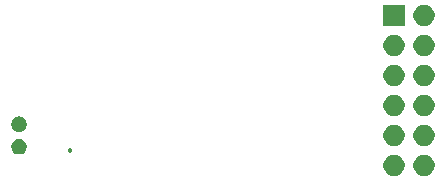
<source format=gbr>
G04 #@! TF.GenerationSoftware,KiCad,Pcbnew,(5.1.5-0-10_14)*
G04 #@! TF.CreationDate,2020-03-24T20:34:04-05:00*
G04 #@! TF.ProjectId,Sensors,53656e73-6f72-4732-9e6b-696361645f70,rev?*
G04 #@! TF.SameCoordinates,Original*
G04 #@! TF.FileFunction,Soldermask,Bot*
G04 #@! TF.FilePolarity,Negative*
%FSLAX46Y46*%
G04 Gerber Fmt 4.6, Leading zero omitted, Abs format (unit mm)*
G04 Created by KiCad (PCBNEW (5.1.5-0-10_14)) date 2020-03-24 20:34:04*
%MOMM*%
%LPD*%
G04 APERTURE LIST*
%ADD10C,0.100000*%
G04 APERTURE END LIST*
D10*
G36*
X158863512Y-93083927D02*
G01*
X159012812Y-93113624D01*
X159176784Y-93181544D01*
X159324354Y-93280147D01*
X159449853Y-93405646D01*
X159548456Y-93553216D01*
X159616376Y-93717188D01*
X159651000Y-93891259D01*
X159651000Y-94068741D01*
X159616376Y-94242812D01*
X159548456Y-94406784D01*
X159449853Y-94554354D01*
X159324354Y-94679853D01*
X159176784Y-94778456D01*
X159012812Y-94846376D01*
X158863512Y-94876073D01*
X158838742Y-94881000D01*
X158661258Y-94881000D01*
X158636488Y-94876073D01*
X158487188Y-94846376D01*
X158323216Y-94778456D01*
X158175646Y-94679853D01*
X158050147Y-94554354D01*
X157951544Y-94406784D01*
X157883624Y-94242812D01*
X157849000Y-94068741D01*
X157849000Y-93891259D01*
X157883624Y-93717188D01*
X157951544Y-93553216D01*
X158050147Y-93405646D01*
X158175646Y-93280147D01*
X158323216Y-93181544D01*
X158487188Y-93113624D01*
X158636488Y-93083927D01*
X158661258Y-93079000D01*
X158838742Y-93079000D01*
X158863512Y-93083927D01*
G37*
G36*
X156323512Y-93083927D02*
G01*
X156472812Y-93113624D01*
X156636784Y-93181544D01*
X156784354Y-93280147D01*
X156909853Y-93405646D01*
X157008456Y-93553216D01*
X157076376Y-93717188D01*
X157111000Y-93891259D01*
X157111000Y-94068741D01*
X157076376Y-94242812D01*
X157008456Y-94406784D01*
X156909853Y-94554354D01*
X156784354Y-94679853D01*
X156636784Y-94778456D01*
X156472812Y-94846376D01*
X156323512Y-94876073D01*
X156298742Y-94881000D01*
X156121258Y-94881000D01*
X156096488Y-94876073D01*
X155947188Y-94846376D01*
X155783216Y-94778456D01*
X155635646Y-94679853D01*
X155510147Y-94554354D01*
X155411544Y-94406784D01*
X155343624Y-94242812D01*
X155309000Y-94068741D01*
X155309000Y-93891259D01*
X155343624Y-93717188D01*
X155411544Y-93553216D01*
X155510147Y-93405646D01*
X155635646Y-93280147D01*
X155783216Y-93181544D01*
X155947188Y-93113624D01*
X156096488Y-93083927D01*
X156121258Y-93079000D01*
X156298742Y-93079000D01*
X156323512Y-93083927D01*
G37*
G36*
X124651055Y-91760171D02*
G01*
X124770257Y-91809546D01*
X124770259Y-91809547D01*
X124877538Y-91881228D01*
X124968772Y-91972462D01*
X124996762Y-92014353D01*
X125040454Y-92079743D01*
X125089829Y-92198945D01*
X125115000Y-92325487D01*
X125115000Y-92454513D01*
X125089829Y-92581055D01*
X125043599Y-92692665D01*
X125040453Y-92700259D01*
X124968772Y-92807538D01*
X124877538Y-92898772D01*
X124770259Y-92970453D01*
X124770258Y-92970454D01*
X124770257Y-92970454D01*
X124651055Y-93019829D01*
X124524513Y-93045000D01*
X124395487Y-93045000D01*
X124268945Y-93019829D01*
X124149743Y-92970454D01*
X124149742Y-92970454D01*
X124149741Y-92970453D01*
X124042462Y-92898772D01*
X123951228Y-92807538D01*
X123879547Y-92700259D01*
X123876401Y-92692665D01*
X123830171Y-92581055D01*
X123805000Y-92454513D01*
X123805000Y-92325487D01*
X123830171Y-92198945D01*
X123879546Y-92079743D01*
X123923238Y-92014353D01*
X123951228Y-91972462D01*
X124042462Y-91881228D01*
X124149741Y-91809547D01*
X124149743Y-91809546D01*
X124268945Y-91760171D01*
X124395487Y-91735000D01*
X124524513Y-91735000D01*
X124651055Y-91760171D01*
G37*
G36*
X128835337Y-92540763D02*
G01*
X128867367Y-92554030D01*
X128896194Y-92573292D01*
X128920708Y-92597806D01*
X128939970Y-92626633D01*
X128953237Y-92658663D01*
X128960000Y-92692665D01*
X128960000Y-92727335D01*
X128953237Y-92761337D01*
X128939970Y-92793367D01*
X128920708Y-92822194D01*
X128896194Y-92846708D01*
X128867367Y-92865970D01*
X128835337Y-92879237D01*
X128801335Y-92886000D01*
X128766665Y-92886000D01*
X128732663Y-92879237D01*
X128700633Y-92865970D01*
X128671806Y-92846708D01*
X128647292Y-92822194D01*
X128628030Y-92793367D01*
X128614763Y-92761337D01*
X128608000Y-92727335D01*
X128608000Y-92692665D01*
X128614763Y-92658663D01*
X128628030Y-92626633D01*
X128647292Y-92597806D01*
X128671806Y-92573292D01*
X128700633Y-92554030D01*
X128732663Y-92540763D01*
X128766665Y-92534000D01*
X128801335Y-92534000D01*
X128835337Y-92540763D01*
G37*
G36*
X158863512Y-90543927D02*
G01*
X159012812Y-90573624D01*
X159176784Y-90641544D01*
X159324354Y-90740147D01*
X159449853Y-90865646D01*
X159548456Y-91013216D01*
X159616376Y-91177188D01*
X159651000Y-91351259D01*
X159651000Y-91528741D01*
X159616376Y-91702812D01*
X159548456Y-91866784D01*
X159449853Y-92014354D01*
X159324354Y-92139853D01*
X159176784Y-92238456D01*
X159012812Y-92306376D01*
X158863512Y-92336073D01*
X158838742Y-92341000D01*
X158661258Y-92341000D01*
X158636488Y-92336073D01*
X158487188Y-92306376D01*
X158323216Y-92238456D01*
X158175646Y-92139853D01*
X158050147Y-92014354D01*
X157951544Y-91866784D01*
X157883624Y-91702812D01*
X157849000Y-91528741D01*
X157849000Y-91351259D01*
X157883624Y-91177188D01*
X157951544Y-91013216D01*
X158050147Y-90865646D01*
X158175646Y-90740147D01*
X158323216Y-90641544D01*
X158487188Y-90573624D01*
X158636488Y-90543927D01*
X158661258Y-90539000D01*
X158838742Y-90539000D01*
X158863512Y-90543927D01*
G37*
G36*
X156323512Y-90543927D02*
G01*
X156472812Y-90573624D01*
X156636784Y-90641544D01*
X156784354Y-90740147D01*
X156909853Y-90865646D01*
X157008456Y-91013216D01*
X157076376Y-91177188D01*
X157111000Y-91351259D01*
X157111000Y-91528741D01*
X157076376Y-91702812D01*
X157008456Y-91866784D01*
X156909853Y-92014354D01*
X156784354Y-92139853D01*
X156636784Y-92238456D01*
X156472812Y-92306376D01*
X156323512Y-92336073D01*
X156298742Y-92341000D01*
X156121258Y-92341000D01*
X156096488Y-92336073D01*
X155947188Y-92306376D01*
X155783216Y-92238456D01*
X155635646Y-92139853D01*
X155510147Y-92014354D01*
X155411544Y-91866784D01*
X155343624Y-91702812D01*
X155309000Y-91528741D01*
X155309000Y-91351259D01*
X155343624Y-91177188D01*
X155411544Y-91013216D01*
X155510147Y-90865646D01*
X155635646Y-90740147D01*
X155783216Y-90641544D01*
X155947188Y-90573624D01*
X156096488Y-90543927D01*
X156121258Y-90539000D01*
X156298742Y-90539000D01*
X156323512Y-90543927D01*
G37*
G36*
X124651055Y-89860171D02*
G01*
X124770257Y-89909546D01*
X124770259Y-89909547D01*
X124877538Y-89981228D01*
X124968772Y-90072462D01*
X125040453Y-90179741D01*
X125040454Y-90179743D01*
X125089829Y-90298945D01*
X125115000Y-90425487D01*
X125115000Y-90554513D01*
X125089829Y-90681055D01*
X125065352Y-90740147D01*
X125040453Y-90800259D01*
X124968772Y-90907538D01*
X124877538Y-90998772D01*
X124770259Y-91070453D01*
X124770258Y-91070454D01*
X124770257Y-91070454D01*
X124651055Y-91119829D01*
X124524513Y-91145000D01*
X124395487Y-91145000D01*
X124268945Y-91119829D01*
X124149743Y-91070454D01*
X124149742Y-91070454D01*
X124149741Y-91070453D01*
X124042462Y-90998772D01*
X123951228Y-90907538D01*
X123879547Y-90800259D01*
X123854648Y-90740147D01*
X123830171Y-90681055D01*
X123805000Y-90554513D01*
X123805000Y-90425487D01*
X123830171Y-90298945D01*
X123879546Y-90179743D01*
X123879547Y-90179741D01*
X123951228Y-90072462D01*
X124042462Y-89981228D01*
X124149741Y-89909547D01*
X124149743Y-89909546D01*
X124268945Y-89860171D01*
X124395487Y-89835000D01*
X124524513Y-89835000D01*
X124651055Y-89860171D01*
G37*
G36*
X158863512Y-88003927D02*
G01*
X159012812Y-88033624D01*
X159176784Y-88101544D01*
X159324354Y-88200147D01*
X159449853Y-88325646D01*
X159548456Y-88473216D01*
X159616376Y-88637188D01*
X159651000Y-88811259D01*
X159651000Y-88988741D01*
X159616376Y-89162812D01*
X159548456Y-89326784D01*
X159449853Y-89474354D01*
X159324354Y-89599853D01*
X159176784Y-89698456D01*
X159012812Y-89766376D01*
X158863512Y-89796073D01*
X158838742Y-89801000D01*
X158661258Y-89801000D01*
X158636488Y-89796073D01*
X158487188Y-89766376D01*
X158323216Y-89698456D01*
X158175646Y-89599853D01*
X158050147Y-89474354D01*
X157951544Y-89326784D01*
X157883624Y-89162812D01*
X157849000Y-88988741D01*
X157849000Y-88811259D01*
X157883624Y-88637188D01*
X157951544Y-88473216D01*
X158050147Y-88325646D01*
X158175646Y-88200147D01*
X158323216Y-88101544D01*
X158487188Y-88033624D01*
X158636488Y-88003927D01*
X158661258Y-87999000D01*
X158838742Y-87999000D01*
X158863512Y-88003927D01*
G37*
G36*
X156323512Y-88003927D02*
G01*
X156472812Y-88033624D01*
X156636784Y-88101544D01*
X156784354Y-88200147D01*
X156909853Y-88325646D01*
X157008456Y-88473216D01*
X157076376Y-88637188D01*
X157111000Y-88811259D01*
X157111000Y-88988741D01*
X157076376Y-89162812D01*
X157008456Y-89326784D01*
X156909853Y-89474354D01*
X156784354Y-89599853D01*
X156636784Y-89698456D01*
X156472812Y-89766376D01*
X156323512Y-89796073D01*
X156298742Y-89801000D01*
X156121258Y-89801000D01*
X156096488Y-89796073D01*
X155947188Y-89766376D01*
X155783216Y-89698456D01*
X155635646Y-89599853D01*
X155510147Y-89474354D01*
X155411544Y-89326784D01*
X155343624Y-89162812D01*
X155309000Y-88988741D01*
X155309000Y-88811259D01*
X155343624Y-88637188D01*
X155411544Y-88473216D01*
X155510147Y-88325646D01*
X155635646Y-88200147D01*
X155783216Y-88101544D01*
X155947188Y-88033624D01*
X156096488Y-88003927D01*
X156121258Y-87999000D01*
X156298742Y-87999000D01*
X156323512Y-88003927D01*
G37*
G36*
X158863512Y-85463927D02*
G01*
X159012812Y-85493624D01*
X159176784Y-85561544D01*
X159324354Y-85660147D01*
X159449853Y-85785646D01*
X159548456Y-85933216D01*
X159616376Y-86097188D01*
X159651000Y-86271259D01*
X159651000Y-86448741D01*
X159616376Y-86622812D01*
X159548456Y-86786784D01*
X159449853Y-86934354D01*
X159324354Y-87059853D01*
X159176784Y-87158456D01*
X159012812Y-87226376D01*
X158863512Y-87256073D01*
X158838742Y-87261000D01*
X158661258Y-87261000D01*
X158636488Y-87256073D01*
X158487188Y-87226376D01*
X158323216Y-87158456D01*
X158175646Y-87059853D01*
X158050147Y-86934354D01*
X157951544Y-86786784D01*
X157883624Y-86622812D01*
X157849000Y-86448741D01*
X157849000Y-86271259D01*
X157883624Y-86097188D01*
X157951544Y-85933216D01*
X158050147Y-85785646D01*
X158175646Y-85660147D01*
X158323216Y-85561544D01*
X158487188Y-85493624D01*
X158636488Y-85463927D01*
X158661258Y-85459000D01*
X158838742Y-85459000D01*
X158863512Y-85463927D01*
G37*
G36*
X156323512Y-85463927D02*
G01*
X156472812Y-85493624D01*
X156636784Y-85561544D01*
X156784354Y-85660147D01*
X156909853Y-85785646D01*
X157008456Y-85933216D01*
X157076376Y-86097188D01*
X157111000Y-86271259D01*
X157111000Y-86448741D01*
X157076376Y-86622812D01*
X157008456Y-86786784D01*
X156909853Y-86934354D01*
X156784354Y-87059853D01*
X156636784Y-87158456D01*
X156472812Y-87226376D01*
X156323512Y-87256073D01*
X156298742Y-87261000D01*
X156121258Y-87261000D01*
X156096488Y-87256073D01*
X155947188Y-87226376D01*
X155783216Y-87158456D01*
X155635646Y-87059853D01*
X155510147Y-86934354D01*
X155411544Y-86786784D01*
X155343624Y-86622812D01*
X155309000Y-86448741D01*
X155309000Y-86271259D01*
X155343624Y-86097188D01*
X155411544Y-85933216D01*
X155510147Y-85785646D01*
X155635646Y-85660147D01*
X155783216Y-85561544D01*
X155947188Y-85493624D01*
X156096488Y-85463927D01*
X156121258Y-85459000D01*
X156298742Y-85459000D01*
X156323512Y-85463927D01*
G37*
G36*
X158863512Y-82923927D02*
G01*
X159012812Y-82953624D01*
X159176784Y-83021544D01*
X159324354Y-83120147D01*
X159449853Y-83245646D01*
X159548456Y-83393216D01*
X159616376Y-83557188D01*
X159651000Y-83731259D01*
X159651000Y-83908741D01*
X159616376Y-84082812D01*
X159548456Y-84246784D01*
X159449853Y-84394354D01*
X159324354Y-84519853D01*
X159176784Y-84618456D01*
X159012812Y-84686376D01*
X158863512Y-84716073D01*
X158838742Y-84721000D01*
X158661258Y-84721000D01*
X158636488Y-84716073D01*
X158487188Y-84686376D01*
X158323216Y-84618456D01*
X158175646Y-84519853D01*
X158050147Y-84394354D01*
X157951544Y-84246784D01*
X157883624Y-84082812D01*
X157849000Y-83908741D01*
X157849000Y-83731259D01*
X157883624Y-83557188D01*
X157951544Y-83393216D01*
X158050147Y-83245646D01*
X158175646Y-83120147D01*
X158323216Y-83021544D01*
X158487188Y-82953624D01*
X158636488Y-82923927D01*
X158661258Y-82919000D01*
X158838742Y-82919000D01*
X158863512Y-82923927D01*
G37*
G36*
X156323512Y-82923927D02*
G01*
X156472812Y-82953624D01*
X156636784Y-83021544D01*
X156784354Y-83120147D01*
X156909853Y-83245646D01*
X157008456Y-83393216D01*
X157076376Y-83557188D01*
X157111000Y-83731259D01*
X157111000Y-83908741D01*
X157076376Y-84082812D01*
X157008456Y-84246784D01*
X156909853Y-84394354D01*
X156784354Y-84519853D01*
X156636784Y-84618456D01*
X156472812Y-84686376D01*
X156323512Y-84716073D01*
X156298742Y-84721000D01*
X156121258Y-84721000D01*
X156096488Y-84716073D01*
X155947188Y-84686376D01*
X155783216Y-84618456D01*
X155635646Y-84519853D01*
X155510147Y-84394354D01*
X155411544Y-84246784D01*
X155343624Y-84082812D01*
X155309000Y-83908741D01*
X155309000Y-83731259D01*
X155343624Y-83557188D01*
X155411544Y-83393216D01*
X155510147Y-83245646D01*
X155635646Y-83120147D01*
X155783216Y-83021544D01*
X155947188Y-82953624D01*
X156096488Y-82923927D01*
X156121258Y-82919000D01*
X156298742Y-82919000D01*
X156323512Y-82923927D01*
G37*
G36*
X158863512Y-80383927D02*
G01*
X159012812Y-80413624D01*
X159176784Y-80481544D01*
X159324354Y-80580147D01*
X159449853Y-80705646D01*
X159548456Y-80853216D01*
X159616376Y-81017188D01*
X159651000Y-81191259D01*
X159651000Y-81368741D01*
X159616376Y-81542812D01*
X159548456Y-81706784D01*
X159449853Y-81854354D01*
X159324354Y-81979853D01*
X159176784Y-82078456D01*
X159012812Y-82146376D01*
X158863512Y-82176073D01*
X158838742Y-82181000D01*
X158661258Y-82181000D01*
X158636488Y-82176073D01*
X158487188Y-82146376D01*
X158323216Y-82078456D01*
X158175646Y-81979853D01*
X158050147Y-81854354D01*
X157951544Y-81706784D01*
X157883624Y-81542812D01*
X157849000Y-81368741D01*
X157849000Y-81191259D01*
X157883624Y-81017188D01*
X157951544Y-80853216D01*
X158050147Y-80705646D01*
X158175646Y-80580147D01*
X158323216Y-80481544D01*
X158487188Y-80413624D01*
X158636488Y-80383927D01*
X158661258Y-80379000D01*
X158838742Y-80379000D01*
X158863512Y-80383927D01*
G37*
G36*
X157111000Y-82181000D02*
G01*
X155309000Y-82181000D01*
X155309000Y-80379000D01*
X157111000Y-80379000D01*
X157111000Y-82181000D01*
G37*
M02*

</source>
